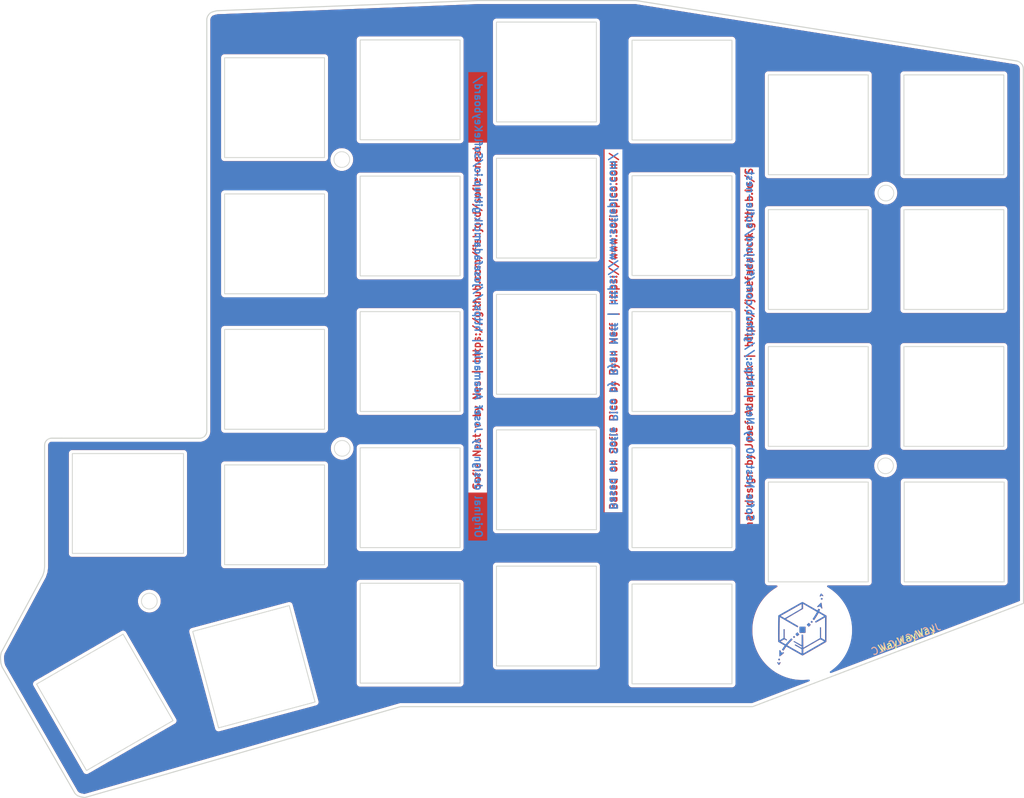
<source format=kicad_pcb>
(kicad_pcb (version 20241229) (generator "pcbnew") (generator_version "9.0")
  (layers (0 "F.Cu" signal) (2 "B.Cu" signal) (13 "F.Paste" user) (15 "B.Paste" user) (5 "F.SilkS" user "F.Silkscreen") (7 "B.SilkS" user "B.Silkscreen") (1 "F.Mask" user) (3 "B.Mask" user) (25 "Edge.Cuts" user))
  (net 0 "")
  (footprint "Sofle_Nest:nest_logo_b.cu" (layer "F.Cu") (at 194.49 123.26)
    (property "Reference" "Ref**" (hide yes))
    (property "Value" "Val**" (hide yes))
  )
  (footprint "Sofle_Nest:nest_logo_copper" (layer "F.Cu") (at 194.51 123.27)
    (property "Reference" "Ref**" (hide yes))
    (property "Value" "Val**" (hide yes))
  )
  (gr_poly (pts (xy 206.231609 99.126431) (xy 206.287472 99.130679) (xy 206.342522 99.137674) (xy 206.396692 99.147348) (xy 206.449911 99.159631) (xy 206.50211 99.174454) (xy 206.553221 99.191747) (xy 206.603174 99.211443) (xy 206.6519 99.233472) (xy 206.69933 99.257764) (xy 206.745395 99.28425) (xy 206.790026 99.312862) (xy 206.833153 99.34353) (xy 206.874708 99.376186) (xy 206.914621 99.410759) (xy 206.952824 99.447182) (xy 206.989246 99.485384) (xy 207.02382 99.525297) (xy 207.056476 99.566851) (xy 207.087145 99.609978) (xy 207.115757 99.654609) (xy 207.142244 99.700673) (xy 207.166536 99.748103) (xy 207.188565 99.796829) (xy 207.208261 99.846782) (xy 207.225555 99.897892) (xy 207.240378 99.950091) (xy 207.252661 100.00331) (xy 207.262335 100.057479) (xy 207.26933 100.11253) (xy 207.273578 100.168393) (xy 207.275009 100.224998) (xy 207.273578 100.281604) (xy 207.26933 100.337467) (xy 207.262335 100.392518) (xy 207.252661 100.446687) (xy 207.240378 100.499906) (xy 207.225555 100.552105) (xy 207.208261 100.603215) (xy 207.188565 100.653168) (xy 207.166536 100.701894) (xy 207.142244 100.749324) (xy 207.115757 100.795388) (xy 207.087145 100.840019) (xy 207.056476 100.883146) (xy 207.02382 100.9247) (xy 206.989246 100.964613) (xy 206.952824 101.002815) (xy 206.914621 101.039238) (xy 206.874708 101.073811) (xy 206.833153 101.106467) (xy 206.790026 101.137135) (xy 206.745395 101.165747) (xy 206.69933 101.192233) (xy 206.6519 101.216525) (xy 206.603174 101.238554) (xy 206.553221 101.258249) (xy 206.50211 101.275543) (xy 206.449911 101.290366) (xy 206.396692 101.302649) (xy 206.342522 101.312323) (xy 206.287472 101.319318) (xy 206.231609 101.323566) (xy 206.175003 101.324997) (xy 206.118397 101.323566) (xy 206.062534 101.319318) (xy 206.007484 101.312323) (xy 205.953314 101.302649) (xy 205.900095 101.290366) (xy 205.847896 101.275543) (xy 205.796785 101.258249) (xy 205.746832 101.238554) (xy 205.698106 101.216525) (xy 205.650676 101.192233) (xy 205.604611 101.165747) (xy 205.559981 101.137135) (xy 205.516853 101.106467) (xy 205.475298 101.073811) (xy 205.435385 101.039238) (xy 205.397182 101.002815) (xy 205.36076 100.964613) (xy 205.326186 100.9247) (xy 205.29353 100.883146) (xy 205.262862 100.840019) (xy 205.234249 100.795388) (xy 205.207762 100.749324) (xy 205.18347 100.701894) (xy 205.161441 100.653168) (xy 205.141745 100.603215) (xy 205.124451 100.552105) (xy 205.109628 100.499906) (xy 205.097345 100.446687) (xy 205.087672 100.392518) (xy 205.080676 100.337467) (xy 205.076428 100.281604) (xy 205.074997 100.224998) (xy 205.076428 100.168393) (xy 205.080676 100.11253) (xy 205.087672 100.057479) (xy 205.097345 100.00331) (xy 205.109628 99.950091) (xy 205.124451 99.897892) (xy 205.141745 99.846782) (xy 205.161441 99.796829) (xy 205.18347 99.748103) (xy 205.207762 99.700673) (xy 205.234249 99.654609) (xy 205.262862 99.609978) (xy 205.29353 99.566851) (xy 205.326186 99.525297) (xy 205.36076 99.485384) (xy 205.397182 99.447182) (xy 205.435385 99.410759) (xy 205.475298 99.376186) (xy 205.516853 99.34353) (xy 205.559981 99.312862) (xy 205.604611 99.28425) (xy 205.650676 99.257764) (xy 205.698106 99.233472) (xy 205.746832 99.211443) (xy 205.796785 99.191747) (xy 205.847896 99.174454) (xy 205.900095 99.159631) (xy 205.953314 99.147348) (xy 206.007484 99.137674) (xy 206.062534 99.130679) (xy 206.118397 99.126431) (xy 206.175003 99.125)) (stroke (width 0.1)) (fill no) (layer "Edge.Cuts"))
  (gr_poly (pts (xy 103.056606 118.10143) (xy 103.112469 118.105678) (xy 103.167519 118.112673) (xy 103.221688 118.122346) (xy 103.274907 118.134629) (xy 103.327106 118.149452) (xy 103.378217 118.166746) (xy 103.428169 118.186442) (xy 103.476895 118.20847) (xy 103.524325 118.232762) (xy 103.57039 118.259249) (xy 103.61502 118.287861) (xy 103.658147 118.318529) (xy 103.699702 118.351184) (xy 103.739615 118.385758) (xy 103.777817 118.42218) (xy 103.814239 118.460382) (xy 103.848813 118.500295) (xy 103.881468 118.54185) (xy 103.912136 118.584977) (xy 103.940748 118.629607) (xy 103.967235 118.675672) (xy 103.991527 118.723102) (xy 104.013555 118.771827) (xy 104.033251 118.82178) (xy 104.050545 118.872891) (xy 104.065368 118.92509) (xy 104.07765 118.978309) (xy 104.087324 119.032478) (xy 104.094319 119.087528) (xy 104.098567 119.143391) (xy 104.099998 119.199997) (xy 104.098567 119.256603) (xy 104.094319 119.312466) (xy 104.087324 119.367516) (xy 104.07765 119.421685) (xy 104.065368 119.474904) (xy 104.050545 119.527103) (xy 104.033251 119.578214) (xy 104.013555 119.628166) (xy 103.991527 119.676892) (xy 103.967235 119.724322) (xy 103.940748 119.770387) (xy 103.912136 119.815017) (xy 103.881468 119.858144) (xy 103.848813 119.899699) (xy 103.814239 119.939611) (xy 103.777817 119.977814) (xy 103.739615 120.014236) (xy 103.699702 120.04881) (xy 103.658147 120.081465) (xy 103.61502 120.112133) (xy 103.57039 120.140745) (xy 103.524325 120.167232) (xy 103.476895 120.191524) (xy 103.428169 120.213552) (xy 103.378217 120.233248) (xy 103.327106 120.250542) (xy 103.274907 120.265365) (xy 103.221688 120.277647) (xy 103.167519 120.287321) (xy 103.112469 120.294316) (xy 103.056606 120.298564) (xy 103 120.299995) (xy 102.943394 120.298564) (xy 102.887531 120.294316) (xy 102.832481 120.287321) (xy 102.778312 120.277647) (xy 102.725093 120.265365) (xy 102.672894 120.250542) (xy 102.621783 120.233248) (xy 102.571831 120.213552) (xy 102.523105 120.191524) (xy 102.475675 120.167232) (xy 102.42961 120.140745) (xy 102.38498 120.112133) (xy 102.341853 120.081465) (xy 102.300298 120.04881) (xy 102.260385 120.014236) (xy 102.222183 119.977814) (xy 102.185761 119.939611) (xy 102.151187 119.899699) (xy 102.118532 119.858144) (xy 102.087864 119.815017) (xy 102.059252 119.770387) (xy 102.032765 119.724322) (xy 102.008473 119.676892) (xy 101.986445 119.628166) (xy 101.966749 119.578214) (xy 101.949455 119.527103) (xy 101.934632 119.474904) (xy 101.92235 119.421685) (xy 101.912676 119.367516) (xy 101.905681 119.312466) (xy 101.901433 119.256603) (xy 101.900002 119.199997) (xy 101.901433 119.143391) (xy 101.905681 119.087528) (xy 101.912676 119.032478) (xy 101.92235 118.978309) (xy 101.934632 118.92509) (xy 101.949455 118.872891) (xy 101.966749 118.82178) (xy 101.986445 118.771827) (xy 102.008473 118.723102) (xy 102.032765 118.675672) (xy 102.059252 118.629607) (xy 102.087864 118.584977) (xy 102.118532 118.54185) (xy 102.151187 118.500295) (xy 102.185761 118.460382) (xy 102.222183 118.42218) (xy 102.260385 118.385758) (xy 102.300298 118.351184) (xy 102.341853 118.318529) (xy 102.38498 118.287861) (xy 102.42961 118.259249) (xy 102.475675 118.232762) (xy 102.523105 118.20847) (xy 102.571831 118.186442) (xy 102.621783 118.166746) (xy 102.672894 118.149452) (xy 102.725093 118.134629) (xy 102.778312 118.122346) (xy 102.832481 118.112673) (xy 102.887531 118.105678) (xy 102.943394 118.10143) (xy 103 118.099998)) (stroke (width 0.1)) (fill no) (layer "Edge.Cuts"))
  (gr_poly (pts (xy 222.75 78.300003) (xy 208.75 78.300003) (xy 208.75 64.300003) (xy 222.75 64.300003)) (stroke (width 0.119999)) (fill no) (layer "Edge.Cuts"))
  (gr_poly (pts (xy 146.550003 73.599998) (xy 132.550003 73.599998) (xy 132.550003 59.599998) (xy 146.550003 59.599998)) (stroke (width 0.119999)) (fill no) (layer "Edge.Cuts"))
  (gr_poly (pts (xy 165.649994 109.190002) (xy 151.649994 109.190002) (xy 151.649994 95.190002) (xy 165.649994 95.190002)) (stroke (width 0.119999)) (fill no) (layer "Edge.Cuts"))
  (gr_poly (pts (xy 184.649994 92.599998) (xy 170.649994 92.599998) (xy 170.649994 78.599998) (xy 184.649994 78.599998)) (stroke (width 0.119999)) (fill no) (layer "Edge.Cuts"))
  (gr_poly (pts (xy 222.75 97.5) (xy 208.75 97.5) (xy 208.75 83.5) (xy 222.75 83.5)) (stroke (width 0.119999)) (fill no) (layer "Edge.Cuts"))
  (gr_poly (pts (xy 107.787399 112.5056) (xy 92.212601 112.5056) (xy 92.212601 98.5056) (xy 107.787399 98.5056)) (stroke (width 0.119999)) (fill no) (layer "Edge.Cuts"))
  (gr_poly (pts (xy 127.550003 76.099998) (xy 113.550003 76.099998) (xy 113.550003 62.099998) (xy 127.550003 62.099998)) (stroke (width 0.119999)) (fill no) (layer "Edge.Cuts"))
  (gr_poly (pts (xy 146.550003 130.699997) (xy 132.550003 130.699997) (xy 132.550003 116.699997) (xy 146.550003 116.699997)) (stroke (width 0.119999)) (fill no) (layer "Edge.Cuts"))
  (gr_poly (pts (xy 224.523895 43.444199) (xy 224.725601 43.4958) (xy 224.7276 43.4977) (xy 224.912399 43.582298) (xy 224.9104 43.582901) (xy 225.075104 43.697102) (xy 225.079102 43.700001) (xy 225.220795 43.84) (xy 225.222199 43.838902) (xy 225.337799 44.001099) (xy 225.336807 44.007801) (xy 225.423202 44.188702) (xy 225.422897 44.188702) (xy 225.477005 44.384602) (xy 225.4729 44.383999) (xy 225.491699 44.5919) (xy 225.518707 119.510002) (xy 187.548492 134) (xy 138.210007 134) (xy 138.199997 134) (xy 93.9459 146.75) (xy 93.395897 146.649994) (xy 92.9459 146.5) (xy 92.595901 146.199997) (xy 82.345902 128.399994) (xy 82.1959 127.900002) (xy 82.145897 127.300003) (xy 82.145897 126.900002) (xy 82.245903 126.400002) (xy 88.045898 115.650002) (xy 88.245903 115.050003) (xy 88.321098 114.400002) (xy 88.32 114.400002) (xy 88.32 97.349999) (xy 88.320503 97.306396) (xy 88.328102 97.219399) (xy 88.343201 97.1334) (xy 88.365799 97.049103) (xy 88.395699 96.967102) (xy 88.432602 96.888) (xy 88.476196 96.812401) (xy 88.526299 96.740898) (xy 88.582397 96.674004) (xy 88.644203 96.612297) (xy 88.711098 96.556198) (xy 88.7826 96.506103) (xy 88.8582 96.462501) (xy 88.937302 96.425598) (xy 89.019302 96.395798) (xy 89.103699 96.373199) (xy 89.189598 96.358002) (xy 89.276604 96.350502) (xy 89.320198 96.349998) (xy 110.059998 96.354897) (xy 110.106003 96.353996) (xy 110.197502 96.344597) (xy 110.287903 96.326798) (xy 110.376198 96.300903) (xy 110.4617 96.266899) (xy 110.5438 96.225197) (xy 110.621697 96.176102) (xy 110.694702 96.120102) (xy 110.762299 96.057602) (xy 110.823898 95.989197) (xy 110.878899 95.915398) (xy 110.926903 95.8368) (xy 110.9674 95.754204) (xy 111.000298 95.668198) (xy 111.025002 95.579498) (xy 111.041496 95.488998) (xy 111.049599 95.397301) (xy 111.050003 95.351303) (xy 111.050003 37.555) (xy 111.150002 37.209999) (xy 111.349998 36.91) (xy 111.550003 36.709999) (xy 111.75 36.610001) (xy 112.050003 36.509998) (xy 112.449997 36.41) (xy 112.449997 36.405399) (xy 148.992905 34.977901) (xy 171.169998 34.977901)) (stroke (width 0.15)) (fill no) (layer "Edge.Cuts"))
  (gr_poly (pts (xy 184.649994 130.800003) (xy 170.649994 130.800003) (xy 170.649994 116.800003) (xy 184.649994 116.800003)) (stroke (width 0.119999)) (fill no) (layer "Edge.Cuts"))
  (gr_poly (pts (xy 203.75 78.300003) (xy 189.75 78.300003) (xy 189.75 64.300003) (xy 203.75 64.300003)) (stroke (width 0.119999)) (fill no) (layer "Edge.Cuts"))
  (gr_poly (pts (xy 165.649994 71.089996) (xy 151.649994 71.089996) (xy 151.649994 57.09) (xy 165.649994 57.09)) (stroke (width 0.119999)) (fill no) (layer "Edge.Cuts"))
  (gr_poly (pts (xy 203.75 97.5) (xy 189.75 97.5) (xy 189.75 83.5) (xy 203.75 83.5)) (stroke (width 0.119999)) (fill no) (layer "Edge.Cuts"))
  (gr_poly (pts (xy 222.75 59.400002) (xy 208.75 59.400002) (xy 208.75 45.400002) (xy 222.75 45.400002)) (stroke (width 0.119999)) (fill no) (layer "Edge.Cuts"))
  (gr_poly (pts (xy 165.649994 90.190002) (xy 151.649994 90.190002) (xy 151.649994 76.190002) (xy 165.649994 76.190002)) (stroke (width 0.119999)) (fill no) (layer "Edge.Cuts"))
  (gr_poly (pts (xy 106.320396 135.957397) (xy 94.195999 142.957397) (xy 87.195999 130.832993) (xy 99.320396 123.833)) (stroke (width 0.119999)) (fill no) (layer "Edge.Cuts"))
  (gr_poly (pts (xy 130.031612 56.176434) (xy 130.087475 56.180682) (xy 130.142525 56.187677) (xy 130.196695 56.197351) (xy 130.249914 56.209634) (xy 130.302113 56.224457) (xy 130.353224 56.241751) (xy 130.403177 56.261446) (xy 130.451903 56.283475) (xy 130.499333 56.307767) (xy 130.545398 56.334253) (xy 130.590029 56.362865) (xy 130.633156 56.393533) (xy 130.674711 56.426189) (xy 130.714624 56.460762) (xy 130.752827 56.497185) (xy 130.789249 56.535387) (xy 130.823823 56.5753) (xy 130.856479 56.616854) (xy 130.887148 56.659981) (xy 130.91576 56.704612) (xy 130.942247 56.750676) (xy 130.966539 56.798106) (xy 130.988568 56.846832) (xy 131.008264 56.896785) (xy 131.025558 56.947895) (xy 131.040381 57.000094) (xy 131.052664 57.053313) (xy 131.062338 57.107482) (xy 131.069333 57.162533) (xy 131.073581 57.218396) (xy 131.075012 57.275002) (xy 131.073581 57.331607) (xy 131.069333 57.38747) (xy 131.062338 57.442521) (xy 131.052664 57.49669) (xy 131.040381 57.549909) (xy 131.025558 57.602108) (xy 131.008264 57.653218) (xy 130.988568 57.703171) (xy 130.966539 57.751897) (xy 130.942247 57.799327) (xy 130.91576 57.845391) (xy 130.887148 57.890022) (xy 130.856479 57.933149) (xy 130.823823 57.974703) (xy 130.789249 58.014616) (xy 130.752827 58.052818) (xy 130.714624 58.089241) (xy 130.674711 58.123814) (xy 130.633156 58.15647) (xy 130.590029 58.187138) (xy 130.545398 58.21575) (xy 130.499333 58.242236) (xy 130.451903 58.266528) (xy 130.403177 58.288557) (xy 130.353224 58.308253) (xy 130.302113 58.325546) (xy 130.249914 58.340369) (xy 130.196695 58.352652) (xy 130.142525 58.362326) (xy 130.087475 58.369321) (xy 130.031612 58.373569) (xy 129.975006 58.375) (xy 129.9184 58.373569) (xy 129.862537 58.369321) (xy 129.807487 58.362326) (xy 129.753317 58.352652) (xy 129.700098 58.340369) (xy 129.647899 58.325546) (xy 129.596788 58.308253) (xy 129.546835 58.288557) (xy 129.498109 58.266528) (xy 129.450679 58.242236) (xy 129.404614 58.21575) (xy 129.359984 58.187138) (xy 129.316856 58.15647) (xy 129.275301 58.123814) (xy 129.235388 58.089241) (xy 129.197186 58.052818) (xy 129.160763 58.014616) (xy 129.126189 57.974703) (xy 129.093533 57.933149) (xy 129.062865 57.890022) (xy 129.034252 57.845391) (xy 129.007765 57.799327) (xy 128.983473 57.751897) (xy 128.961444 57.703171) (xy 128.941748 57.653218) (xy 128.924454 57.602108) (xy 128.909631 57.549909) (xy 128.897348 57.49669) (xy 128.887675 57.442521) (xy 128.880679 57.38747) (xy 128.876431 57.331607) (xy 128.875 57.275002) (xy 128.876431 57.218396) (xy 128.880679 57.162533) (xy 128.887675 57.107482) (xy 128.897348 57.053313) (xy 128.909631 57.000094) (xy 128.924454 56.947895) (xy 128.941748 56.896785) (xy 128.961444 56.846832) (xy 128.983473 56.798106) (xy 129.007765 56.750676) (xy 129.034252 56.704612) (xy 129.062865 56.659981) (xy 129.093533 56.616854) (xy 129.126189 56.5753) (xy 129.160763 56.535387) (xy 129.197186 56.497185) (xy 129.235388 56.460762) (xy 129.275301 56.426189) (xy 129.316856 56.393533) (xy 129.359984 56.362865) (xy 129.404614 56.334253) (xy 129.450679 56.307767) (xy 129.498109 56.283475) (xy 129.546835 56.261446) (xy 129.596788 56.241751) (xy 129.647899 56.224457) (xy 129.700098 56.209634) (xy 129.753317 56.197351) (xy 129.807487 56.187677) (xy 129.862537 56.180682) (xy 129.9184 56.176434) (xy 129.975006 56.175003)) (stroke (width 0.1)) (fill no) (layer "Edge.Cuts"))
  (gr_poly (pts (xy 146.550003 111.699997) (xy 132.550003 111.699997) (xy 132.550003 97.699997) (xy 146.550003 97.699997)) (stroke (width 0.119999)) (fill no) (layer "Edge.Cuts"))
  (gr_poly (pts (xy 146.550003 54.5) (xy 132.550003 54.5) (xy 132.550003 40.5) (xy 146.550003 40.5)) (stroke (width 0.119999)) (fill no) (layer "Edge.Cuts"))
  (gr_poly (pts (xy 222.800003 116.5) (xy 208.800003 116.5) (xy 208.800003 102.5) (xy 222.800003 102.5)) (stroke (width 0.119999)) (fill no) (layer "Edge.Cuts"))
  (gr_poly (pts (xy 165.649994 128.289993) (xy 151.649994 128.289993) (xy 151.649994 114.290001) (xy 165.649994 114.290001)) (stroke (width 0.119999)) (fill no) (layer "Edge.Cuts"))
  (gr_poly (pts (xy 130.0816 96.676434) (xy 130.137463 96.680682) (xy 130.192513 96.687677) (xy 130.246683 96.697351) (xy 130.299902 96.709634) (xy 130.352101 96.724457) (xy 130.403212 96.741751) (xy 130.453165 96.761446) (xy 130.501891 96.783475) (xy 130.549321 96.807767) (xy 130.595386 96.834253) (xy 130.640016 96.862865) (xy 130.683144 96.893533) (xy 130.724699 96.926189) (xy 130.764612 96.960762) (xy 130.802814 96.997185) (xy 130.839237 97.035387) (xy 130.873811 97.0753) (xy 130.906467 97.116854) (xy 130.937135 97.159981) (xy 130.965748 97.204612) (xy 130.992235 97.250676) (xy 131.016527 97.298106) (xy 131.038556 97.346832) (xy 131.058252 97.396785) (xy 131.075546 97.447895) (xy 131.090369 97.500094) (xy 131.102652 97.553313) (xy 131.112325 97.607482) (xy 131.119321 97.662533) (xy 131.123569 97.718396) (xy 131.125 97.775002) (xy 131.123569 97.831607) (xy 131.119321 97.88747) (xy 131.112325 97.942521) (xy 131.102652 97.99669) (xy 131.090369 98.049909) (xy 131.075546 98.102108) (xy 131.058252 98.153218) (xy 131.038556 98.203171) (xy 131.016527 98.251897) (xy 130.992235 98.299327) (xy 130.965748 98.345391) (xy 130.937135 98.390022) (xy 130.906467 98.433149) (xy 130.873811 98.474703) (xy 130.839237 98.514616) (xy 130.802814 98.552818) (xy 130.764612 98.589241) (xy 130.724699 98.623814) (xy 130.683144 98.65647) (xy 130.640016 98.687138) (xy 130.595386 98.71575) (xy 130.549321 98.742236) (xy 130.501891 98.766528) (xy 130.453165 98.788557) (xy 130.403212 98.808253) (xy 130.352101 98.825546) (xy 130.299902 98.840369) (xy 130.246683 98.852652) (xy 130.192513 98.862326) (xy 130.137463 98.869321) (xy 130.0816 98.873569) (xy 130.024994 98.875) (xy 129.968388 98.873569) (xy 129.912525 98.869321) (xy 129.857475 98.862326) (xy 129.803305 98.852652) (xy 129.750086 98.840369) (xy 129.697887 98.825546) (xy 129.646776 98.808253) (xy 129.596823 98.788557) (xy 129.548097 98.766528) (xy 129.500667 98.742236) (xy 129.454602 98.71575) (xy 129.409971 98.687138) (xy 129.366844 98.65647) (xy 129.325289 98.623814) (xy 129.285376 98.589241) (xy 129.247173 98.552818) (xy 129.210751 98.514616) (xy 129.176177 98.474703) (xy 129.143521 98.433149) (xy 129.112852 98.390022) (xy 129.08424 98.345391) (xy 129.057753 98.299327) (xy 129.033461 98.251897) (xy 129.011432 98.203171) (xy 128.991736 98.153218) (xy 128.974442 98.102108) (xy 128.959619 98.049909) (xy 128.947336 97.99669) (xy 128.937662 97.942521) (xy 128.930667 97.88747) (xy 128.926419 97.831607) (xy 128.924988 97.775002) (xy 128.926419 97.718396) (xy 128.930667 97.662533) (xy 128.937662 97.607482) (xy 128.947336 97.553313) (xy 128.959619 97.500094) (xy 128.974442 97.447895) (xy 128.991736 97.396785) (xy 129.011432 97.346832) (xy 129.033461 97.298106) (xy 129.057753 97.250676) (xy 129.08424 97.204612) (xy 129.112852 97.159981) (xy 129.143521 97.116854) (xy 129.176177 97.0753) (xy 129.210751 97.035387) (xy 129.247173 96.997185) (xy 129.285376 96.960762) (xy 129.325289 96.926189) (xy 129.366844 96.893533) (xy 129.409971 96.862865) (xy 129.454602 96.834253) (xy 129.500667 96.807767) (xy 129.548097 96.783475) (xy 129.596823 96.761446) (xy 129.646776 96.741751) (xy 129.697887 96.724457) (xy 129.750086 96.709634) (xy 129.803305 96.697351) (xy 129.857475 96.687677) (xy 129.912525 96.680682) (xy 129.968388 96.676434) (xy 130.024994 96.675003)) (stroke (width 0.1)) (fill no) (layer "Edge.Cuts"))
  (gr_poly (pts (xy 127.550003 114.099998) (xy 113.550003 114.099998) (xy 113.550003 100.099998) (xy 127.550003 100.099998)) (stroke (width 0.119999)) (fill no) (layer "Edge.Cuts"))
  (gr_poly (pts (xy 127.550003 95.099998) (xy 113.550003 95.099998) (xy 113.550003 81.099998) (xy 127.550003 81.099998)) (stroke (width 0.119999)) (fill no) (layer "Edge.Cuts"))
  (gr_poly (pts (xy 184.649994 54.540001) (xy 170.649994 54.540001) (xy 170.649994 40.540001) (xy 184.649994 40.540001)) (stroke (width 0.119999)) (fill no) (layer "Edge.Cuts"))
  (gr_poly (pts (xy 126.226898 133.348999) (xy 112.703903 136.972504) (xy 109.080399 123.449501) (xy 122.603401 119.826103)) (stroke (width 0.119999)) (fill no) (layer "Edge.Cuts"))
  (gr_poly (pts (xy 127.550003 57) (xy 113.550003 57) (xy 113.550003 43) (xy 127.550003 43)) (stroke (width 0.119999)) (fill no) (layer "Edge.Cuts"))
  (gr_poly (pts (xy 165.649994 52) (xy 151.649994 52) (xy 151.649994 38) (xy 165.649994 38)) (stroke (width 0.119999)) (fill no) (layer "Edge.Cuts"))
  (gr_poly (pts (xy 146.550003 92.599998) (xy 132.550003 92.599998) (xy 132.550003 78.599998) (xy 146.550003 78.599998)) (stroke (width 0.119999)) (fill no) (layer "Edge.Cuts"))
  (gr_poly (pts (xy 206.281612 60.876431) (xy 206.337475 60.880679) (xy 206.392525 60.887674) (xy 206.446695 60.897348) (xy 206.499914 60.909631) (xy 206.552113 60.924454) (xy 206.603224 60.941747) (xy 206.653177 60.961443) (xy 206.701903 60.983472) (xy 206.749333 61.007764) (xy 206.795398 61.03425) (xy 206.840029 61.062862) (xy 206.883156 61.09353) (xy 206.924711 61.126186) (xy 206.964624 61.160759) (xy 207.002827 61.197182) (xy 207.039249 61.235384) (xy 207.073823 61.275297) (xy 207.106479 61.316851) (xy 207.137148 61.359978) (xy 207.16576 61.404609) (xy 207.192247 61.450673) (xy 207.216539 61.498103) (xy 207.238568 61.546829) (xy 207.258264 61.596782) (xy 207.275558 61.647892) (xy 207.290381 61.700091) (xy 207.302664 61.75331) (xy 207.312338 61.807479) (xy 207.319333 61.86253) (xy 207.323581 61.918393) (xy 207.325012 61.974998) (xy 207.323581 62.031604) (xy 207.319333 62.087467) (xy 207.312338 62.142518) (xy 207.302664 62.196687) (xy 207.290381 62.249906) (xy 207.275558 62.302105) (xy 207.258264 62.353215) (xy 207.238568 62.403168) (xy 207.216539 62.451894) (xy 207.192247 62.499324) (xy 207.16576 62.545388) (xy 207.137148 62.590019) (xy 207.106479 62.633146) (xy 207.073823 62.6747) (xy 207.039249 62.714613) (xy 207.002827 62.752815) (xy 206.964624 62.789238) (xy 206.924711 62.823811) (xy 206.883156 62.856467) (xy 206.840029 62.887135) (xy 206.795398 62.915747) (xy 206.749333 62.942233) (xy 206.701903 62.966525) (xy 206.653177 62.988554) (xy 206.603224 63.008249) (xy 206.552113 63.025543) (xy 206.499914 63.040366) (xy 206.446695 63.052649) (xy 206.392525 63.062323) (xy 206.337475 63.069318) (xy 206.281612 63.073566) (xy 206.225006 63.074997) (xy 206.1684 63.073566) (xy 206.112537 63.069318) (xy 206.057487 63.062323) (xy 206.003317 63.052649) (xy 205.950098 63.040366) (xy 205.897899 63.025543) (xy 205.846788 63.008249) (xy 205.796835 62.988554) (xy 205.748109 62.966525) (xy 205.700679 62.942233) (xy 205.654614 62.915747) (xy 205.609984 62.887135) (xy 205.566856 62.856467) (xy 205.525301 62.823811) (xy 205.485388 62.789238) (xy 205.447186 62.752815) (xy 205.410763 62.714613) (xy 205.376189 62.6747) (xy 205.343533 62.633146) (xy 205.312865 62.590019) (xy 205.284252 62.545388) (xy 205.257765 62.499324) (xy 205.233473 62.451894) (xy 205.211444 62.403168) (xy 205.191748 62.353215) (xy 205.174454 62.302105) (xy 205.159631 62.249906) (xy 205.147348 62.196687) (xy 205.137675 62.142518) (xy 205.130679 62.087467) (xy 205.126431 62.031604) (xy 205.125 61.974998) (xy 205.126431 61.918393) (xy 205.130679 61.86253) (xy 205.137675 61.807479) (xy 205.147348 61.75331) (xy 205.159631 61.700091) (xy 205.174454 61.647892) (xy 205.191748 61.596782) (xy 205.211444 61.546829) (xy 205.233473 61.498103) (xy 205.257765 61.450673) (xy 205.284252 61.404609) (xy 205.312865 61.359978) (xy 205.343533 61.316851) (xy 205.376189 61.275297) (xy 205.410763 61.235384) (xy 205.447186 61.197182) (xy 205.485388 61.160759) (xy 205.525301 61.126186) (xy 205.566856 61.09353) (xy 205.609984 61.062862) (xy 205.654614 61.03425) (xy 205.700679 61.007764) (xy 205.748109 60.983472) (xy 205.796835 60.961443) (xy 205.846788 60.941747) (xy 205.897899 60.924454) (xy 205.950098 60.909631) (xy 206.003317 60.897348) (xy 206.057487 60.887674) (xy 206.112537 60.880679) (xy 206.1684 60.876431) (xy 206.225006 60.875)) (stroke (width 0.1)) (fill no) (layer "Edge.Cuts"))
  (gr_poly (pts (xy 203.75 116.5) (xy 189.75 116.5) (xy 189.75 102.5) (xy 203.75 102.5)) (stroke (width 0.119999)) (fill no) (layer "Edge.Cuts"))
  (gr_poly (pts (xy 203.75 59.400002) (xy 189.75 59.400002) (xy 189.75 45.400002) (xy 203.75 45.400002)) (stroke (width 0.119999)) (fill no) (layer "Edge.Cuts"))
  (gr_poly (pts (xy 184.649994 73.540001) (xy 170.649994 73.540001) (xy 170.649994 59.540001) (xy 184.649994 59.540001)) (stroke (width 0.119999)) (fill no) (layer "Edge.Cuts"))
  (gr_poly (pts (xy 184.649994 111.699997) (xy 170.649994 111.699997) (xy 170.649994 97.699997) (xy 184.649994 97.699997)) (stroke (width 0.119999)) (fill no) (layer "Edge.Cuts"))
  (gr_text "Sofle Nest v${REVISION} by Nes | https://github.com/fishjord/sofle-nest" (at 148.92 79.49 90) (layer "F.Cu") (effects (font (size 1 1) (thickness 0.2))))
  (gr_text "Original design by Josef Adamacik | https://josefadamcik.github.io/SofleKeyboard/" (at 187.06 80.08 90) (layer "F.Cu") (effects (font (size 1 1) (thickness 0.2))))
  (gr_text "Based on Sofle Pico by Ryan Neff | https://www.soflepico.com/ " (at 168.06 80.97 90) (layer "F.Cu") (effects (font (size 1 1) (thickness 0.2))))
  (gr_text "Sofle Nest v0 by Nes | https://github.com/fishjord/sofle-nest" (at 187.18 83.42 270) (layer "B.Cu") (effects (font (size 1 1) (thickness 0.2)) (justify mirror)))
  (gr_text "Based on Sofle Pico by Ryan Neff | https://www.soflepico.com/ " (at 168.05 80.98 -90) (layer "B.Cu") (effects (font (size 1 1) (thickness 0.2)) (justify mirror)))
  (gr_text "Original design by Josef Adamacik | https://josefadamcik.github.io/SofleKeyboard/" (at 149.1 77.91 -90) (layer "B.Cu") (effects (font (size 1 1) (thickness 0.2)) (justify mirror)))
  (gr_text "WayWayWay" (at 205.33 126.52 20.9) (layer "F.SilkS") (effects (font (size 1 1)) (justify left bottom)))
  (gr_text "JLCJLCJLCJLC" (at 214.14 123.21 20.9) (layer "B.SilkS") (effects (font (size 1 1)) (justify left bottom mirror)))
  (zone (net 0) (net_name "") (layer "F.Cu") (connect_pads (clearance 0.5)) (min_thickness 0.25) (fill yes (thermal_gap 0.5) (thermal_bridge_width 0.5) (island_removal_mode 1) (island_area_min 10))
    (polygon (pts (xy 224.523895 43.444199) (xy 224.725601 43.4958) (xy 224.7276 43.4977) (xy 224.912399 43.582298) (xy 224.9104 43.582901) (xy 225.075104 43.697102) (xy 225.079102 43.700001) (xy 225.220795 43.84) (xy 225.222199 43.838902) (xy 225.337799 44.001099) (xy 225.336807 44.007801) (xy 225.423202 44.188702) (xy 225.422897 44.188702) (xy 225.477005 44.384602) (xy 225.4729 44.383999) (xy 225.491699 44.5919) (xy 225.518707 119.510002) (xy 187.548492 134) (xy 138.210007 134) (xy 138.199997 134) (xy 93.9459 146.75) (xy 93.395897 146.649994) (xy 92.9459 146.5) (xy 92.595901 146.199997) (xy 82.345902 128.399994) (xy 82.1959 127.900002) (xy 82.145897 127.300003) (xy 82.145897 126.900002) (xy 82.245903 126.400002) (xy 88.045898 115.650002) (xy 88.245903 115.050003) (xy 88.321098 114.400002) (xy 88.32 114.400002) (xy 88.32 97.349999) (xy 88.320503 97.306396) (xy 88.328102 97.219399) (xy 88.343201 97.1334) (xy 88.365799 97.049103) (xy 88.395699 96.967102) (xy 88.432602 96.888) (xy 88.476196 96.812401) (xy 88.526299 96.740898) (xy 88.582397 96.674004) (xy 88.644203 96.612297) (xy 88.711098 96.556198) (xy 88.7826 96.506103) (xy 88.8582 96.462501) (xy 88.937302 96.425598) (xy 89.019302 96.395798) (xy 89.103699 96.373199) (xy 89.189598 96.358002) (xy 89.276604 96.350502) (xy 89.320198 96.349998) (xy 110.059998 96.354897) (xy 110.106003 96.353996) (xy 110.197502 96.344597) (xy 110.287903 96.326798) (xy 110.376198 96.300903) (xy 110.4617 96.266899) (xy 110.5438 96.225197) (xy 110.621697 96.176102) (xy 110.694702 96.120102) (xy 110.762299 96.057602) (xy 110.823898 95.989197) (xy 110.878899 95.915398) (xy 110.926903 95.8368) (xy 110.9674 95.754204) (xy 111.000298 95.668198) (xy 111.025002 95.579498) (xy 111.041496 95.488998) (xy 111.049599 95.397301) (xy 111.050003 95.351303) (xy 111.050003 37.555) (xy 111.150002 37.209999) (xy 111.349998 36.91) (xy 111.550003 36.709999) (xy 111.75 36.610001) (xy 112.050003 36.509998) (xy 112.449997 36.41) (xy 112.449997 36.405399) (xy 148.992905 34.977901) (xy 171.169998 34.977901)))
  )
  (zone (net 0) (net_name "") (layer "B.Cu") (connect_pads (clearance 0.5)) (min_thickness 0.25) (fill yes (thermal_gap 0.5) (thermal_bridge_width 0.5) (island_removal_mode 1) (island_area_min 10))
    (polygon (pts (xy 224.523895 43.444199) (xy 224.725601 43.4958) (xy 224.7276 43.4977) (xy 224.912399 43.582298) (xy 224.9104 43.582901) (xy 225.075104 43.697102) (xy 225.079102 43.700001) (xy 225.220795 43.84) (xy 225.222199 43.838902) (xy 225.337799 44.001099) (xy 225.336807 44.007801) (xy 225.423202 44.188702) (xy 225.422897 44.188702) (xy 225.477005 44.384602) (xy 225.4729 44.383999) (xy 225.491699 44.5919) (xy 225.518707 119.510002) (xy 187.548492 134) (xy 138.210007 134) (xy 138.199997 134) (xy 93.9459 146.75) (xy 93.395897 146.649994) (xy 92.9459 146.5) (xy 92.595901 146.199997) (xy 82.345902 128.399994) (xy 82.1959 127.900002) (xy 82.145897 127.300003) (xy 82.145897 126.900002) (xy 82.245903 126.400002) (xy 88.045898 115.650002) (xy 88.245903 115.050003) (xy 88.321098 114.400002) (xy 88.32 114.400002) (xy 88.32 97.349999) (xy 88.320503 97.306396) (xy 88.328102 97.219399) (xy 88.343201 97.1334) (xy 88.365799 97.049103) (xy 88.395699 96.967102) (xy 88.432602 96.888) (xy 88.476196 96.812401) (xy 88.526299 96.740898) (xy 88.582397 96.674004) (xy 88.644203 96.612297) (xy 88.711098 96.556198) (xy 88.7826 96.506103) (xy 88.8582 96.462501) (xy 88.937302 96.425598) (xy 89.019302 96.395798) (xy 89.103699 96.373199) (xy 89.189598 96.358002) (xy 89.276604 96.350502) (xy 89.320198 96.349998) (xy 110.059998 96.354897) (xy 110.106003 96.353996) (xy 110.197502 96.344597) (xy 110.287903 96.326798) (xy 110.376198 96.300903) (xy 110.4617 96.266899) (xy 110.5438 96.225197) (xy 110.621697 96.176102) (xy 110.694702 96.120102) (xy 110.762299 96.057602) (xy 110.823898 95.989197) (xy 110.878899 95.915398) (xy 110.926903 95.8368) (xy 110.9674 95.754204) (xy 111.000298 95.668198) (xy 111.025002 95.579498) (xy 111.041496 95.488998) (xy 111.049599 95.397301) (xy 111.050003 95.351303) (xy 111.050003 37.555) (xy 111.150002 37.209999) (xy 111.349998 36.91) (xy 111.550003 36.709999) (xy 111.75 36.610001) (xy 112.050003 36.509998) (xy 112.449997 36.41) (xy 112.449997 36.405399) (xy 148.992905 34.977901) (xy 171.169998 34.977901)))
  )
)
</source>
